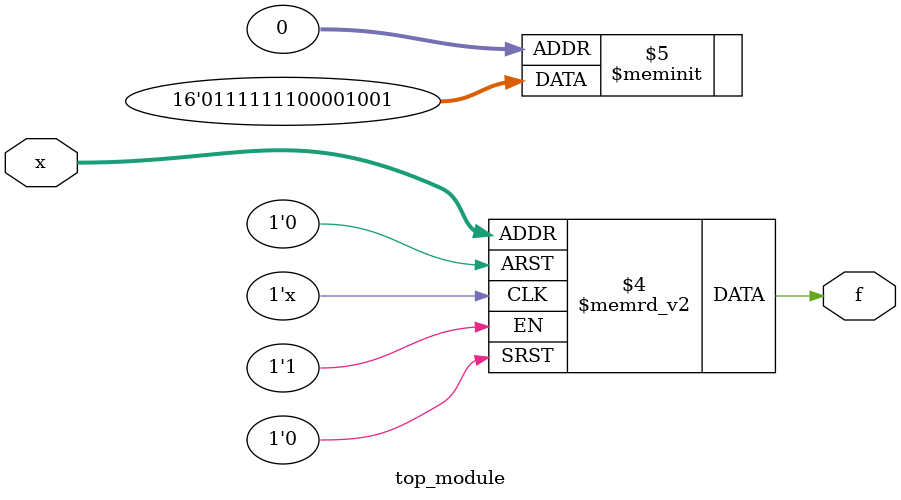
<source format=sv>
module top_module (
	input [4:1] x,
	output logic f
);

    always_comb begin
        f = 0;  // default output
        case (x)
            4'b0000: f = 1;
            4'b0011: f = 1;
            4'b1000: f = 1;
            4'b1001: f = 1;
            4'b1010: f = 1;
            4'b1100: f = 1;
            4'b1101: f = 1;
            4'b1110: f = 1;
            4'b1011: f = 1;
        endcase
    end

endmodule

</source>
